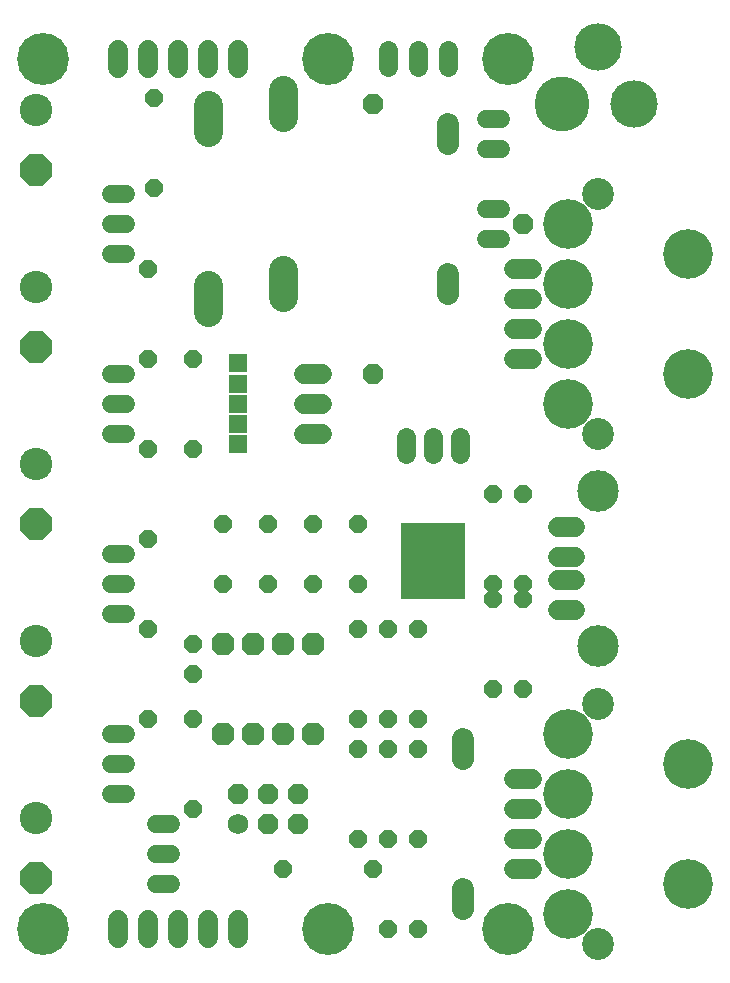
<source format=gts>
G75*
%MOIN*%
%OFA0B0*%
%FSLAX24Y24*%
%IPPOS*%
%LPD*%
%AMOC8*
5,1,8,0,0,1.08239X$1,22.5*
%
%ADD10C,0.1080*%
%ADD11OC8,0.1080*%
%ADD12OC8,0.0600*%
%ADD13C,0.0600*%
%ADD14OC8,0.0680*%
%ADD15C,0.0640*%
%ADD16C,0.0965*%
%ADD17R,0.0595X0.0595*%
%ADD18OC8,0.0760*%
%ADD19C,0.0630*%
%ADD20R,0.2180X0.2530*%
%ADD21C,0.0680*%
%ADD22C,0.1655*%
%ADD23C,0.1064*%
%ADD24C,0.1730*%
%ADD25C,0.1830*%
%ADD26C,0.1580*%
%ADD27C,0.0680*%
%ADD28C,0.0654*%
%ADD29C,0.1386*%
%ADD30C,0.0740*%
D10*
X002880Y005880D03*
X002880Y011780D03*
X002880Y017680D03*
X002880Y023580D03*
X002880Y029480D03*
D11*
X002880Y027480D03*
X002880Y021580D03*
X002880Y015680D03*
X002880Y009780D03*
X002880Y003880D03*
D12*
X006630Y009180D03*
X008130Y009180D03*
X008130Y010680D03*
X008130Y011680D03*
X006630Y012180D03*
X009130Y013680D03*
X010630Y013680D03*
X012130Y013680D03*
X013630Y013680D03*
X013630Y012180D03*
X014630Y012180D03*
X015630Y012180D03*
X018130Y013180D03*
X018130Y013680D03*
X019130Y013680D03*
X019130Y013180D03*
X019130Y010180D03*
X018130Y010180D03*
X015630Y009180D03*
X015630Y008180D03*
X014630Y008180D03*
X014630Y009180D03*
X013630Y009180D03*
X013630Y008180D03*
X013630Y005180D03*
X014130Y004180D03*
X014630Y005180D03*
X015630Y005180D03*
X015630Y002180D03*
X014630Y002180D03*
X011130Y004180D03*
X008130Y006180D03*
X006630Y015180D03*
X009130Y015680D03*
X010630Y015680D03*
X012130Y015680D03*
X013630Y015680D03*
X018130Y016680D03*
X019130Y016680D03*
X008130Y018180D03*
X006630Y018180D03*
X006630Y021180D03*
X008130Y021180D03*
X006630Y024180D03*
X006830Y026880D03*
X006830Y029880D03*
D13*
X005890Y026680D02*
X005370Y026680D01*
X005370Y025680D02*
X005890Y025680D01*
X005890Y024680D02*
X005370Y024680D01*
X005370Y020680D02*
X005890Y020680D01*
X005890Y019680D02*
X005370Y019680D01*
X005370Y018680D02*
X005890Y018680D01*
X005890Y014680D02*
X005370Y014680D01*
X005370Y013680D02*
X005890Y013680D01*
X005890Y012680D02*
X005370Y012680D01*
X005370Y008680D02*
X005890Y008680D01*
X005890Y007680D02*
X005370Y007680D01*
X005370Y006680D02*
X005890Y006680D01*
X006870Y005680D02*
X007390Y005680D01*
X007390Y004680D02*
X006870Y004680D01*
X006870Y003680D02*
X007390Y003680D01*
X017870Y025180D02*
X018390Y025180D01*
X018390Y026180D02*
X017870Y026180D01*
X017870Y028180D02*
X018390Y028180D01*
X018390Y029180D02*
X017870Y029180D01*
D14*
X019130Y025680D03*
X014130Y029680D03*
X014130Y020680D03*
X011630Y006680D03*
X011630Y005680D03*
X010630Y005680D03*
X010630Y006680D03*
X009630Y006680D03*
D15*
X014630Y030900D02*
X014630Y031460D01*
X015630Y031460D02*
X015630Y030900D01*
X016630Y030900D02*
X016630Y031460D01*
D16*
X011130Y030123D02*
X011130Y029238D01*
X008630Y029623D02*
X008630Y028738D01*
X011130Y024123D02*
X011130Y023238D01*
X008630Y023623D02*
X008630Y022738D01*
D17*
X009630Y021020D03*
X009630Y020350D03*
X009630Y019680D03*
X009630Y019010D03*
X009630Y018340D03*
D18*
X009130Y011680D03*
X010130Y011680D03*
X011130Y011680D03*
X012130Y011680D03*
X012130Y008680D03*
X011130Y008680D03*
X010130Y008680D03*
X009130Y008680D03*
D19*
X015230Y018005D02*
X015230Y018555D01*
X016130Y018555D02*
X016130Y018005D01*
X017030Y018005D02*
X017030Y018555D01*
D20*
X016130Y014430D03*
D21*
X012430Y018680D02*
X011830Y018680D01*
X011830Y019680D02*
X012430Y019680D01*
X012430Y020680D02*
X011830Y020680D01*
X018830Y021180D02*
X019430Y021180D01*
X019430Y022180D02*
X018830Y022180D01*
X018830Y023180D02*
X019430Y023180D01*
X019430Y024180D02*
X018830Y024180D01*
X009630Y030880D02*
X009630Y031480D01*
X008630Y031480D02*
X008630Y030880D01*
X007630Y030880D02*
X007630Y031480D01*
X006630Y031480D02*
X006630Y030880D01*
X005630Y030880D02*
X005630Y031480D01*
X018830Y007180D02*
X019430Y007180D01*
X019430Y006180D02*
X018830Y006180D01*
X018830Y005180D02*
X019430Y005180D01*
X019430Y004180D02*
X018830Y004180D01*
X009630Y002480D02*
X009630Y001880D01*
X008630Y001880D02*
X008630Y002480D01*
X007630Y002480D02*
X007630Y001880D01*
X006630Y001880D02*
X006630Y002480D01*
X005630Y002480D02*
X005630Y001880D01*
D22*
X020630Y002680D03*
X020630Y004680D03*
X020630Y006680D03*
X020630Y008680D03*
X024630Y007680D03*
X024630Y003680D03*
X020630Y019680D03*
X020630Y021680D03*
X020630Y023680D03*
X020630Y025680D03*
X024630Y024680D03*
X024630Y020680D03*
D23*
X021630Y018680D03*
X021630Y026680D03*
X021630Y009680D03*
X021630Y001680D03*
D24*
X003130Y002180D03*
X012630Y002180D03*
X018630Y002180D03*
X018630Y031180D03*
X012630Y031180D03*
X003130Y031180D03*
D25*
X020410Y029680D03*
D26*
X021630Y031570D03*
X022811Y029680D03*
D27*
X009630Y005680D03*
D28*
X020276Y012802D02*
X020850Y012802D01*
X020850Y013786D02*
X020276Y013786D01*
X020276Y014574D02*
X020850Y014574D01*
X020850Y015558D02*
X020276Y015558D01*
D29*
X021630Y016767D03*
X021630Y011593D03*
D30*
X017130Y008510D02*
X017130Y007850D01*
X017130Y003510D02*
X017130Y002850D01*
X016630Y023350D02*
X016630Y024010D01*
X016630Y028350D02*
X016630Y029010D01*
M02*

</source>
